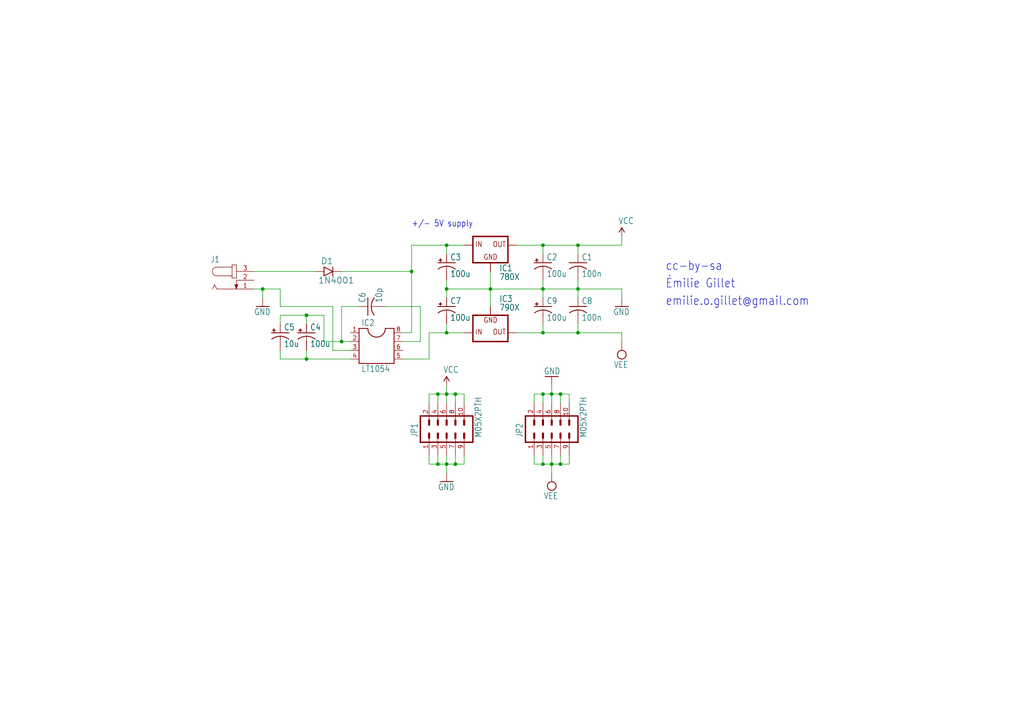
<source format=kicad_sch>
(kicad_sch (version 20231120) (generator "eeschema") (generator_version "8.0")
  (paper "A4")
  (lib_symbols
    (symbol "bbf-supply-eagle-import:1N400X.3"
      (property "Reference" "D" (at -3.556 2.0066 0))
      (symbol "1N400X.3_1_0"
        (polyline (pts (xy -2.54 -1.27) (xy 0 0)) (stroke (width 0.254)))
        (polyline (pts (xy -2.54 1.27) (xy -2.54 -1.27)) (stroke (width 0.254)))
        (polyline (pts (xy 0 0) (xy -2.54 1.27)) (stroke (width 0.254)))
        (polyline (pts (xy 0 0) (xy 0 -1.27)) (stroke (width 0.254)))
        (polyline (pts (xy 0 1.27) (xy 0 0)) (stroke (width 0.254)))
        (pin passive line (at -5.08 0 0) (length 2.54) (name "A") (number "A"))
        (pin passive line (at 2.54 0 180) (length 2.54) (name "C") (number "C"))
      )
    )
    (symbol "bbf-supply-eagle-import:78XXS"
      (property "Reference" "IC" (at 2.54 -7.62 0))
      (symbol "78XXS_1_0"
        (polyline (pts (xy -5.08 -5.08) (xy 5.08 -5.08)) (stroke (width 0.4064)))
        (polyline (pts (xy -5.08 2.54) (xy -5.08 -5.08)) (stroke (width 0.4064)))
        (polyline (pts (xy 5.08 -5.08) (xy 5.08 2.54)) (stroke (width 0.4064)))
        (polyline (pts (xy 5.08 2.54) (xy -5.08 2.54)) (stroke (width 0.4064)))
        (text "GND" (at -2.032 -4.318 0) (effects (font (size 1.524 1.2954)) (justify left bottom)))
        (text "IN" (at -4.445 -0.635 0) (effects (font (size 1.524 1.2954)) (justify left bottom)))
        (text "OUT" (at 0.635 -0.635 0) (effects (font (size 1.524 1.2954)) (justify left bottom)))
        (pin input line (at 0 -7.62 90) (length 2.54) (name "GND") (number "GND"))
        (pin input line (at -7.62 0 0) (length 2.54) (name "IN") (number "IN"))
        (pin passive line (at 7.62 0 180) (length 2.54) (name "OUT") (number "OUT"))
      )
    )
    (symbol "bbf-supply-eagle-import:79XXS"
      (property "Reference" "IC" (at 2.54 8.89 0))
      (symbol "79XXS_1_0"
        (polyline (pts (xy -5.08 -2.54) (xy 5.08 -2.54)) (stroke (width 0.4064)))
        (polyline (pts (xy -5.08 5.08) (xy -5.08 -2.54)) (stroke (width 0.4064)))
        (polyline (pts (xy 5.08 -2.54) (xy 5.08 5.08)) (stroke (width 0.4064)))
        (polyline (pts (xy 5.08 5.08) (xy -5.08 5.08)) (stroke (width 0.4064)))
        (text "GND" (at -2.032 2.794 0) (effects (font (size 1.524 1.2954)) (justify left bottom)))
        (text "IN" (at -4.445 -0.635 0) (effects (font (size 1.524 1.2954)) (justify left bottom)))
        (text "OUT" (at 0.635 -0.635 0) (effects (font (size 1.524 1.2954)) (justify left bottom)))
        (pin input line (at 0 7.62 270) (length 2.54) (name "GND") (number "GND"))
        (pin input line (at -7.62 0 0) (length 2.54) (name "IN") (number "IN"))
        (pin passive line (at 7.62 0 180) (length 2.54) (name "OUT") (number "OUT"))
      )
    )
    (symbol "bbf-supply-eagle-import:C-US025-025X050"
      (property "Reference" "C" (at 1.016 0.635 0))
      (symbol "C-US025-025X050_1_0"
        (arc (start 0 -1.0161) (mid -1.302 -1.2303) (end -2.4668 -1.8504) (stroke (width 0.254)))
        (polyline (pts (xy -2.54 0) (xy 2.54 0)) (stroke (width 0.254)))
        (polyline (pts (xy 0 -1.016) (xy 0 -2.54)) (stroke (width 0.1524)))
        (arc (start 2.4892 -1.8541) (mid 1.3158 -1.2194) (end 0 -1) (stroke (width 0.254)))
        (pin passive line (at 0 2.54 270) (length 2.54) (name "1") (number "1"))
        (pin passive line (at 0 -5.08 90) (length 2.54) (name "2") (number "2"))
      )
    )
    (symbol "bbf-supply-eagle-import:CPOL-USE2.5-5"
      (property "Reference" "C" (at 1.016 0.635 0))
      (symbol "CPOL-USE2.5-5_1_0"
        (rectangle (start -2.253 0.668) (end -1.364 0.795) (fill (type outline)))
        (rectangle (start -1.872 0.287) (end -1.745 1.176) (fill (type outline)))
        (arc (start 0 -1.0161) (mid -1.3021 -1.2303) (end -2.4669 -1.8504) (stroke (width 0.254)))
        (polyline (pts (xy -2.54 0) (xy 2.54 0)) (stroke (width 0.254)))
        (polyline (pts (xy 0 -1.016) (xy 0 -2.54)) (stroke (width 0.1524)))
        (arc (start 2.4892 -1.8541) (mid 1.3158 -1.2194) (end 0 -1) (stroke (width 0.254)))
        (pin passive line (at 0 2.54 270) (length 2.54) (name "+") (number "+"))
        (pin passive line (at 0 -5.08 90) (length 2.54) (name "-") (number "-"))
      )
    )
    (symbol "bbf-supply-eagle-import:CPOL-USE2.5-6"
      (property "Reference" "C" (at 1.016 0.635 0))
      (symbol "CPOL-USE2.5-6_1_0"
        (rectangle (start -2.253 0.668) (end -1.364 0.795) (fill (type outline)))
        (rectangle (start -1.872 0.287) (end -1.745 1.176) (fill (type outline)))
        (arc (start 0 -1.0161) (mid -1.3021 -1.2303) (end -2.4669 -1.8504) (stroke (width 0.254)))
        (polyline (pts (xy -2.54 0) (xy 2.54 0)) (stroke (width 0.254)))
        (polyline (pts (xy 0 -1.016) (xy 0 -2.54)) (stroke (width 0.1524)))
        (arc (start 2.4892 -1.8541) (mid 1.3158 -1.2194) (end 0 -1) (stroke (width 0.254)))
        (pin passive line (at 0 2.54 270) (length 2.54) (name "+") (number "+"))
        (pin passive line (at 0 -5.08 90) (length 2.54) (name "-") (number "-"))
      )
    )
    (symbol "bbf-supply-eagle-import:CPOL-USE2.5-7"
      (property "Reference" "C" (at 1.016 0.635 0))
      (symbol "CPOL-USE2.5-7_1_0"
        (rectangle (start -2.253 0.668) (end -1.364 0.795) (fill (type outline)))
        (rectangle (start -1.872 0.287) (end -1.745 1.176) (fill (type outline)))
        (arc (start 0 -1.0161) (mid -1.3021 -1.2303) (end -2.4669 -1.8504) (stroke (width 0.254)))
        (polyline (pts (xy -2.54 0) (xy 2.54 0)) (stroke (width 0.254)))
        (polyline (pts (xy 0 -1.016) (xy 0 -2.54)) (stroke (width 0.1524)))
        (arc (start 2.4892 -1.8541) (mid 1.3158 -1.2194) (end 0 -1) (stroke (width 0.254)))
        (pin passive line (at 0 2.54 270) (length 2.54) (name "+") (number "+"))
        (pin passive line (at 0 -5.08 90) (length 2.54) (name "-") (number "-"))
      )
    )
    (symbol "bbf-supply-eagle-import:DIL8"
      (property "Reference" "IC" (at -4.445 4.445 0))
      (symbol "DIL8_1_0"
        (arc (start -2.54 3.81) (mid 0 1.27) (end 2.54 3.81) (stroke (width 0.254)))
        (polyline (pts (xy -5.08 -6.35) (xy 5.08 -6.35)) (stroke (width 0.254)))
        (polyline (pts (xy -5.08 3.81) (xy -5.08 -6.35)) (stroke (width 0.254)))
        (polyline (pts (xy -5.08 3.81) (xy -2.54 3.81)) (stroke (width 0.254)))
        (polyline (pts (xy 5.08 -6.35) (xy 5.08 3.81)) (stroke (width 0.254)))
        (polyline (pts (xy 5.08 3.81) (xy 2.54 3.81)) (stroke (width 0.254)))
        (pin passive line (at -7.62 2.54 0) (length 2.54) (name "1") (number "1"))
        (pin passive line (at -7.62 0 0) (length 2.54) (name "2") (number "2"))
        (pin passive line (at -7.62 -2.54 0) (length 2.54) (name "3") (number "3"))
        (pin passive line (at -7.62 -5.08 0) (length 2.54) (name "4") (number "4"))
        (pin passive line (at 7.62 -5.08 180) (length 2.54) (name "5") (number "5"))
        (pin passive line (at 7.62 -2.54 180) (length 2.54) (name "6") (number "6"))
        (pin passive line (at 7.62 0 180) (length 2.54) (name "7") (number "7"))
        (pin passive line (at 7.62 2.54 180) (length 2.54) (name "8") (number "8"))
      )
    )
    (symbol "bbf-supply-eagle-import:GND" (power)
      (symbol "GND_1_0"
        (polyline (pts (xy -1.905 0) (xy 1.905 0)) (stroke (width 0.254)))
        (pin power_in line (at 0 2.54 270) (length 2.54) (name "GND") (number "1"))
      )
    )
    (symbol "bbf-supply-eagle-import:JACK-PLUG2"
      (property "Reference" "J" (at -7.62 5.08 0))
      (symbol "JACK-PLUG2_1_0"
        (arc (start -5.715 3.81) (mid -6.985 2.54) (end -5.715 1.27) (stroke (width 0.1524)))
        (polyline (pts (xy -6.35 -1.27) (xy -6.985 -2.54)) (stroke (width 0.1524)))
        (polyline (pts (xy -5.715 -2.54) (xy -6.35 -1.27)) (stroke (width 0.1524)))
        (polyline (pts (xy -5.715 3.81) (xy -1.27 3.81)) (stroke (width 0.1524)))
        (polyline (pts (xy -1.27 0.635) (xy 0 0.635)) (stroke (width 0.1524)))
        (polyline (pts (xy -1.27 1.27) (xy -5.715 1.27)) (stroke (width 0.1524)))
        (polyline (pts (xy -1.27 1.27) (xy -1.27 0.635)) (stroke (width 0.1524)))
        (polyline (pts (xy -1.27 3.81) (xy -1.27 1.27)) (stroke (width 0.1524)))
        (polyline (pts (xy -1.27 4.445) (xy -1.27 3.81)) (stroke (width 0.1524)))
        (polyline (pts (xy 0 -2.54) (xy -5.715 -2.54)) (stroke (width 0.1524)))
        (polyline (pts (xy 0 0) (xy 0 -2.54)) (stroke (width 0.1524)))
        (polyline (pts (xy 0 0.635) (xy 0 4.445)) (stroke (width 0.1524)))
        (polyline (pts (xy 0 4.445) (xy -1.27 4.445)) (stroke (width 0.1524)))
        (polyline (pts (xy 0 -2.54) (xy -0.508 -1.27) (xy 0.508 -1.27)) (stroke (width 0.1524)) (fill (type outline)))
        (pin passive line (at 5.08 -2.54 180) (length 5.08) (name "1") (number "1"))
        (pin passive line (at 5.08 0 180) (length 5.08) (name "2") (number "2"))
        (pin passive line (at 5.08 2.54 180) (length 5.08) (name "3") (number "3"))
      )
    )
    (symbol "bbf-supply-eagle-import:M05X2PTH"
      (property "Reference" "JP" (at -2.54 8.382 0))
      (symbol "M05X2PTH_1_0"
        (polyline (pts (xy -3.81 7.62) (xy -3.81 -7.62)) (stroke (width 0.4064)))
        (polyline (pts (xy -3.81 7.62) (xy 3.81 7.62)) (stroke (width 0.4064)))
        (polyline (pts (xy -1.27 -5.08) (xy -2.54 -5.08)) (stroke (width 0.6096)))
        (polyline (pts (xy -1.27 -2.54) (xy -2.54 -2.54)) (stroke (width 0.6096)))
        (polyline (pts (xy -1.27 0) (xy -2.54 0)) (stroke (width 0.6096)))
        (polyline (pts (xy -1.27 2.54) (xy -2.54 2.54)) (stroke (width 0.6096)))
        (polyline (pts (xy -1.27 5.08) (xy -2.54 5.08)) (stroke (width 0.6096)))
        (polyline (pts (xy 1.27 -5.08) (xy 2.54 -5.08)) (stroke (width 0.6096)))
        (polyline (pts (xy 1.27 -2.54) (xy 2.54 -2.54)) (stroke (width 0.6096)))
        (polyline (pts (xy 1.27 0) (xy 2.54 0)) (stroke (width 0.6096)))
        (polyline (pts (xy 1.27 2.54) (xy 2.54 2.54)) (stroke (width 0.6096)))
        (polyline (pts (xy 1.27 5.08) (xy 2.54 5.08)) (stroke (width 0.6096)))
        (polyline (pts (xy 3.81 -7.62) (xy -3.81 -7.62)) (stroke (width 0.4064)))
        (polyline (pts (xy 3.81 -7.62) (xy 3.81 7.62)) (stroke (width 0.4064)))
        (pin passive line (at -7.62 5.08 0) (length 5.08) (name "1") (number "1"))
        (pin passive line (at 7.62 -5.08 180) (length 5.08) (name "10") (number "10"))
        (pin passive line (at 7.62 5.08 180) (length 5.08) (name "2") (number "2"))
        (pin passive line (at -7.62 2.54 0) (length 5.08) (name "3") (number "3"))
        (pin passive line (at 7.62 2.54 180) (length 5.08) (name "4") (number "4"))
        (pin passive line (at -7.62 0 0) (length 5.08) (name "5") (number "5"))
        (pin passive line (at 7.62 0 180) (length 5.08) (name "6") (number "6"))
        (pin passive line (at -7.62 -2.54 0) (length 5.08) (name "7") (number "7"))
        (pin passive line (at 7.62 -2.54 180) (length 5.08) (name "8") (number "8"))
        (pin passive line (at -7.62 -5.08 0) (length 5.08) (name "9") (number "9"))
      )
    )
    (symbol "bbf-supply-eagle-import:SparkFun_GND" (power)
      (symbol "SparkFun_GND_1_0"
        (polyline (pts (xy -1.905 0) (xy 1.905 0)) (stroke (width 0.254)))
        (pin power_in line (at 0 2.54 270) (length 2.54) (name "GND") (number "1"))
      )
    )
    (symbol "bbf-supply-eagle-import:VCC" (power)
      (symbol "VCC_1_0"
        (polyline (pts (xy 0 2.54) (xy -0.762 1.27)) (stroke (width 0.254)))
        (polyline (pts (xy 0.762 1.27) (xy 0 2.54)) (stroke (width 0.254)))
        (pin power_in line (at 0 0 90) (length 2.54) (name "VCC") (number "1"))
      )
    )
    (symbol "bbf-supply-eagle-import:VEE" (power)
      (symbol "VEE_1_0"
        (circle (center 0 1.27) (radius 1.27) (stroke (width 0.254)))
        (pin power_in line (at 0 -2.54 90) (length 2.54) (name "VEE") (number "1"))
      )
    )
  )
  (junction (at 132.08 114.3))
  (junction (at 167.64 96.52))
  (junction (at 129.54 114.3))
  (junction (at 132.08 134.62))
  (junction (at 129.54 83.82))
  (junction (at 142.24 83.82))
  (junction (at 119.38 78.74))
  (junction (at 129.54 71.12))
  (junction (at 127 134.62))
  (junction (at 99.06 99.06))
  (junction (at 157.48 114.3))
  (junction (at 162.56 114.3))
  (junction (at 76.2 83.82))
  (junction (at 129.54 96.52))
  (junction (at 157.48 83.82))
  (junction (at 157.48 96.52))
  (junction (at 88.9 104.14))
  (junction (at 157.48 71.12))
  (junction (at 127 114.3))
  (junction (at 167.64 71.12))
  (junction (at 162.56 134.62))
  (junction (at 129.54 134.62))
  (junction (at 160.02 134.62))
  (junction (at 88.9 91.44))
  (junction (at 167.64 83.82))
  (junction (at 160.02 114.3))
  (junction (at 157.48 134.62))
  (wire (pts (xy 88.9 104.14) (xy 101.6 104.14)) (stroke (width 0.1524)))
  (wire (pts (xy 154.94 132.08) (xy 154.94 134.62)) (stroke (width 0.1524)))
  (wire (pts (xy 129.54 83.82) (xy 129.54 86.36)) (stroke (width 0.1524)))
  (wire (pts (xy 81.28 93.98) (xy 81.28 91.44)) (stroke (width 0.1524)))
  (wire (pts (xy 129.54 114.3) (xy 132.08 114.3)) (stroke (width 0.1524)))
  (wire (pts (xy 157.48 93.98) (xy 157.48 96.52)) (stroke (width 0.1524)))
  (wire (pts (xy 142.24 83.82) (xy 142.24 88.9)) (stroke (width 0.1524)))
  (wire (pts (xy 119.38 71.12) (xy 129.54 71.12)) (stroke (width 0.1524)))
  (wire (pts (xy 180.34 96.52) (xy 180.34 99.06)) (stroke (width 0.1524)))
  (wire (pts (xy 160.02 116.84) (xy 160.02 114.3)) (stroke (width 0.1524)))
  (wire (pts (xy 99.06 88.9) (xy 99.06 99.06)) (stroke (width 0.1524)))
  (wire (pts (xy 127 132.08) (xy 127 134.62)) (stroke (width 0.1524)))
  (wire (pts (xy 129.54 134.62) (xy 129.54 137.16)) (stroke (width 0.1524)))
  (wire (pts (xy 134.62 134.62) (xy 134.62 132.08)) (stroke (width 0.1524)))
  (wire (pts (xy 180.34 83.82) (xy 167.64 83.82)) (stroke (width 0.1524)))
  (wire (pts (xy 157.48 116.84) (xy 157.48 114.3)) (stroke (width 0.1524)))
  (wire (pts (xy 167.64 71.12) (xy 180.34 71.12)) (stroke (width 0.1524)))
  (wire (pts (xy 129.54 93.98) (xy 129.54 96.52)) (stroke (width 0.1524)))
  (wire (pts (xy 96.52 101.6) (xy 96.52 88.9)) (stroke (width 0.1524)))
  (wire (pts (xy 180.34 86.36) (xy 180.34 83.82)) (stroke (width 0.1524)))
  (wire (pts (xy 162.56 114.3) (xy 162.56 116.84)) (stroke (width 0.1524)))
  (wire (pts (xy 116.84 104.14) (xy 124.46 104.14)) (stroke (width 0.1524)))
  (wire (pts (xy 132.08 134.62) (xy 134.62 134.62)) (stroke (width 0.1524)))
  (wire (pts (xy 165.1 134.62) (xy 165.1 132.08)) (stroke (width 0.1524)))
  (wire (pts (xy 124.46 132.08) (xy 124.46 134.62)) (stroke (width 0.1524)))
  (wire (pts (xy 167.64 83.82) (xy 157.48 83.82)) (stroke (width 0.1524)))
  (wire (pts (xy 167.64 93.98) (xy 167.64 96.52)) (stroke (width 0.1524)))
  (wire (pts (xy 129.54 132.08) (xy 129.54 134.62)) (stroke (width 0.1524)))
  (wire (pts (xy 81.28 101.6) (xy 81.28 104.14)) (stroke (width 0.1524)))
  (wire (pts (xy 129.54 71.12) (xy 134.62 71.12)) (stroke (width 0.1524)))
  (wire (pts (xy 119.38 78.74) (xy 119.38 71.12)) (stroke (width 0.1524)))
  (wire (pts (xy 116.84 99.06) (xy 121.92 99.06)) (stroke (width 0.1524)))
  (wire (pts (xy 101.6 101.6) (xy 96.52 101.6)) (stroke (width 0.1524)))
  (wire (pts (xy 93.98 99.06) (xy 93.98 91.44)) (stroke (width 0.1524)))
  (wire (pts (xy 99.06 99.06) (xy 93.98 99.06)) (stroke (width 0.1524)))
  (wire (pts (xy 167.64 73.66) (xy 167.64 71.12)) (stroke (width 0.1524)))
  (wire (pts (xy 116.84 96.52) (xy 119.38 96.52)) (stroke (width 0.1524)))
  (wire (pts (xy 99.06 78.74) (xy 119.38 78.74)) (stroke (width 0.1524)))
  (wire (pts (xy 157.48 96.52) (xy 149.86 96.52)) (stroke (width 0.1524)))
  (wire (pts (xy 154.94 134.62) (xy 157.48 134.62)) (stroke (width 0.1524)))
  (wire (pts (xy 154.94 116.84) (xy 154.94 114.3)) (stroke (width 0.1524)))
  (wire (pts (xy 124.46 104.14) (xy 124.46 96.52)) (stroke (width 0.1524)))
  (wire (pts (xy 167.64 96.52) (xy 180.34 96.52)) (stroke (width 0.1524)))
  (wire (pts (xy 127 134.62) (xy 129.54 134.62)) (stroke (width 0.1524)))
  (wire (pts (xy 154.94 114.3) (xy 157.48 114.3)) (stroke (width 0.1524)))
  (wire (pts (xy 81.28 88.9) (xy 81.28 83.82)) (stroke (width 0.1524)))
  (wire (pts (xy 157.48 134.62) (xy 160.02 134.62)) (stroke (width 0.1524)))
  (wire (pts (xy 129.54 134.62) (xy 132.08 134.62)) (stroke (width 0.1524)))
  (wire (pts (xy 88.9 91.44) (xy 88.9 93.98)) (stroke (width 0.1524)))
  (wire (pts (xy 73.66 83.82) (xy 76.2 83.82)) (stroke (width 0.1524)))
  (wire (pts (xy 129.54 81.28) (xy 129.54 83.82)) (stroke (width 0.1524)))
  (wire (pts (xy 160.02 132.08) (xy 160.02 134.62)) (stroke (width 0.1524)))
  (wire (pts (xy 157.48 132.08) (xy 157.48 134.62)) (stroke (width 0.1524)))
  (wire (pts (xy 160.02 134.62) (xy 160.02 137.16)) (stroke (width 0.1524)))
  (wire (pts (xy 157.48 83.82) (xy 157.48 86.36)) (stroke (width 0.1524)))
  (wire (pts (xy 119.38 96.52) (xy 119.38 78.74)) (stroke (width 0.1524)))
  (wire (pts (xy 129.54 73.66) (xy 129.54 71.12)) (stroke (width 0.1524)))
  (wire (pts (xy 88.9 101.6) (xy 88.9 104.14)) (stroke (width 0.1524)))
  (wire (pts (xy 76.2 83.82) (xy 76.2 86.36)) (stroke (width 0.1524)))
  (wire (pts (xy 121.92 88.9) (xy 111.76 88.9)) (stroke (width 0.1524)))
  (wire (pts (xy 127 114.3) (xy 129.54 114.3)) (stroke (width 0.1524)))
  (wire (pts (xy 180.34 71.12) (xy 180.34 68.58)) (stroke (width 0.1524)))
  (wire (pts (xy 132.08 114.3) (xy 134.62 114.3)) (stroke (width 0.1524)))
  (wire (pts (xy 165.1 114.3) (xy 165.1 116.84)) (stroke (width 0.1524)))
  (wire (pts (xy 162.56 114.3) (xy 165.1 114.3)) (stroke (width 0.1524)))
  (wire (pts (xy 124.46 134.62) (xy 127 134.62)) (stroke (width 0.1524)))
  (wire (pts (xy 142.24 83.82) (xy 129.54 83.82)) (stroke (width 0.1524)))
  (wire (pts (xy 157.48 71.12) (xy 167.64 71.12)) (stroke (width 0.1524)))
  (wire (pts (xy 96.52 88.9) (xy 81.28 88.9)) (stroke (width 0.1524)))
  (wire (pts (xy 157.48 71.12) (xy 157.48 73.66)) (stroke (width 0.1524)))
  (wire (pts (xy 124.46 114.3) (xy 127 114.3)) (stroke (width 0.1524)))
  (wire (pts (xy 157.48 81.28) (xy 157.48 83.82)) (stroke (width 0.1524)))
  (wire (pts (xy 157.48 96.52) (xy 167.64 96.52)) (stroke (width 0.1524)))
  (wire (pts (xy 142.24 78.74) (xy 142.24 83.82)) (stroke (width 0.1524)))
  (wire (pts (xy 101.6 99.06) (xy 99.06 99.06)) (stroke (width 0.1524)))
  (wire (pts (xy 129.54 96.52) (xy 134.62 96.52)) (stroke (width 0.1524)))
  (wire (pts (xy 157.48 114.3) (xy 160.02 114.3)) (stroke (width 0.1524)))
  (wire (pts (xy 73.66 78.74) (xy 91.44 78.74)) (stroke (width 0.1524)))
  (wire (pts (xy 162.56 134.62) (xy 162.56 132.08)) (stroke (width 0.1524)))
  (wire (pts (xy 132.08 114.3) (xy 132.08 116.84)) (stroke (width 0.1524)))
  (wire (pts (xy 81.28 91.44) (xy 88.9 91.44)) (stroke (width 0.1524)))
  (wire (pts (xy 129.54 114.3) (xy 129.54 111.76)) (stroke (width 0.1524)))
  (wire (pts (xy 81.28 104.14) (xy 88.9 104.14)) (stroke (width 0.1524)))
  (wire (pts (xy 121.92 99.06) (xy 121.92 88.9)) (stroke (width 0.1524)))
  (wire (pts (xy 104.14 88.9) (xy 99.06 88.9)) (stroke (width 0.1524)))
  (wire (pts (xy 162.56 134.62) (xy 165.1 134.62)) (stroke (width 0.1524)))
  (wire (pts (xy 124.46 96.52) (xy 129.54 96.52)) (stroke (width 0.1524)))
  (wire (pts (xy 160.02 114.3) (xy 162.56 114.3)) (stroke (width 0.1524)))
  (wire (pts (xy 124.46 116.84) (xy 124.46 114.3)) (stroke (width 0.1524)))
  (wire (pts (xy 167.64 83.82) (xy 167.64 86.36)) (stroke (width 0.1524)))
  (wire (pts (xy 134.62 114.3) (xy 134.62 116.84)) (stroke (width 0.1524)))
  (wire (pts (xy 157.48 83.82) (xy 142.24 83.82)) (stroke (width 0.1524)))
  (wire (pts (xy 167.64 81.28) (xy 167.64 83.82)) (stroke (width 0.1524)))
  (wire (pts (xy 160.02 134.62) (xy 162.56 134.62)) (stroke (width 0.1524)))
  (wire (pts (xy 81.28 83.82) (xy 76.2 83.82)) (stroke (width 0.1524)))
  (wire (pts (xy 160.02 114.3) (xy 160.02 111.76)) (stroke (width 0.1524)))
  (wire (pts (xy 127 116.84) (xy 127 114.3)) (stroke (width 0.1524)))
  (wire (pts (xy 132.08 134.62) (xy 132.08 132.08)) (stroke (width 0.1524)))
  (wire (pts (xy 129.54 116.84) (xy 129.54 114.3)) (stroke (width 0.1524)))
  (wire (pts (xy 149.86 71.12) (xy 157.48 71.12)) (stroke (width 0.1524)))
  (wire (pts (xy 93.98 91.44) (xy 88.9 91.44)) (stroke (width 0.1524)))
  (text "Émilie Gillet" (at 193.04 83.82 0) (effects (font (size 2.54 2.159)) (justify left bottom)))
  (text "cc-by-sa" (at 193.04 78.74 0) (effects (font (size 2.54 2.159)) (justify left bottom)))
  (text "+/- 5V supply" (at 119.38 66.04 0) (effects (font (size 1.778 1.5113)) (justify left bottom)))
  (text "emilie.o.gillet@gmail.com" (at 193.04 88.9 0) (effects (font (size 2.54 2.159)) (justify left bottom)))
  (symbol (lib_id "bbf-supply-eagle-import:VCC") (at 180.34 68.58 0) (unit 1)
    (property "Reference" "#P+1" (effects (hide yes)))
    (property "Value" "VCC" (at 179.324 65.024 0) (effects (font (size 1.778 1.5113)) (justify left bottom)))
  )
  (symbol (lib_id "bbf-supply-eagle-import:CPOL-USE2.5-7") (at 157.48 76.2 0) (unit 1)
    (property "Reference" "C2" (at 158.496 75.565 0) (effects (font (size 1.778 1.5113)) (justify left bottom)))
    (property "Value" "100u" (at 158.496 80.391 0) (effects (font (size 1.778 1.5113)) (justify left bottom)))
    (property "Footprint" "bbf-supply:E2,5-7" (effects (hide yes)))
  )
  (symbol (lib_id "bbf-supply-eagle-import:SparkFun_GND") (at 129.54 139.7 0) (unit 1)
    (property "Reference" "#GND2" (effects (hide yes)))
    (property "Value" "GND" (at 127 142.24 0) (effects (font (size 1.778 1.5113)) (justify left bottom)))
  )
  (symbol (lib_id "bbf-supply-eagle-import:VEE") (at 180.34 101.6 180) (unit 1)
    (property "Reference" "#SUPPLY1" (effects (hide yes)))
    (property "Value" "VEE" (at 182.245 104.775 0) (effects (font (size 1.778 1.5113)) (justify left bottom)))
  )
  (symbol (lib_id "bbf-supply-eagle-import:JACK-PLUG2") (at 68.58 81.28 0) (unit 1)
    (property "Reference" "J1" (at 60.96 76.2 0) (effects (font (size 1.778 1.5113)) (justify left bottom)))
    (property "Value" "JACK-PLUG2" (effects (hide yes)))
    (property "Footprint" "bbf-supply:SPC4078_BIG_HOLES" (effects (hide yes)))
  )
  (symbol (lib_id "bbf-supply-eagle-import:78XXS") (at 142.24 71.12 0) (unit 1)
    (property "Reference" "IC1" (at 144.78 78.74 0) (effects (font (size 1.778 1.5113)) (justify left bottom)))
    (property "Value" "780X" (at 144.78 81.28 0) (effects (font (size 1.778 1.5113)) (justify left bottom)))
    (property "Footprint" "bbf-supply:78XXS" (effects (hide yes)))
  )
  (symbol (lib_id "bbf-supply-eagle-import:CPOL-USE2.5-7") (at 129.54 76.2 0) (unit 1)
    (property "Reference" "C3" (at 130.556 75.565 0) (effects (font (size 1.778 1.5113)) (justify left bottom)))
    (property "Value" "100u" (at 130.556 80.391 0) (effects (font (size 1.778 1.5113)) (justify left bottom)))
    (property "Footprint" "bbf-supply:E2,5-7" (effects (hide yes)))
  )
  (symbol (lib_id "bbf-supply-eagle-import:CPOL-USE2.5-6") (at 88.9 96.52 0) (unit 1)
    (property "Reference" "C4" (at 89.916 95.885 0) (effects (font (size 1.778 1.5113)) (justify left bottom)))
    (property "Value" "100u" (at 89.916 100.711 0) (effects (font (size 1.778 1.5113)) (justify left bottom)))
    (property "Footprint" "bbf-supply:E2,5-6" (effects (hide yes)))
  )
  (symbol (lib_id "bbf-supply-eagle-import:SparkFun_GND") (at 160.02 109.22 180) (unit 1)
    (property "Reference" "#GND3" (effects (hide yes)))
    (property "Value" "GND" (at 162.56 106.68 0) (effects (font (size 1.778 1.5113)) (justify left bottom)))
  )
  (symbol (lib_id "bbf-supply-eagle-import:VCC") (at 129.54 111.76 0) (unit 1)
    (property "Reference" "#P+2" (effects (hide yes)))
    (property "Value" "VCC" (at 128.524 108.204 0) (effects (font (size 1.778 1.5113)) (justify left bottom)))
  )
  (symbol (lib_id "bbf-supply-eagle-import:M05X2PTH") (at 129.54 124.46 90) (unit 1)
    (property "Reference" "JP1" (at 121.158 127 0) (effects (font (size 1.778 1.5113)) (justify left bottom)))
    (property "Value" "M05X2PTH" (at 139.7 127 0) (effects (font (size 1.778 1.5113)) (justify left bottom)))
    (property "Footprint" "bbf-supply:AVR_ICSP" (effects (hide yes)))
  )
  (symbol (lib_id "bbf-supply-eagle-import:1N400X.3") (at 96.52 78.74 0) (unit 1)
    (property "Reference" "D1" (at 92.964 76.7334 0) (effects (font (size 1.778 1.778)) (justify left bottom)))
    (property "Value" "1N4001" (at 92.202 82.3214 0) (effects (font (size 1.778 1.778)) (justify left bottom)))
    (property "Footprint" "bbf-supply:DO41-3" (effects (hide yes)))
  )
  (symbol (lib_id "bbf-supply-eagle-import:C-US025-025X050") (at 106.68 88.9 90) (unit 1)
    (property "Reference" "C6" (at 106.045 87.884 0) (effects (font (size 1.778 1.5113)) (justify left bottom)))
    (property "Value" "10p" (at 110.871 87.884 0) (effects (font (size 1.778 1.5113)) (justify left bottom)))
    (property "Footprint" "bbf-supply:C025-025X050" (effects (hide yes)))
  )
  (symbol (lib_id "bbf-supply-eagle-import:CPOL-USE2.5-7") (at 157.48 88.9 0) (unit 1)
    (property "Reference" "C9" (at 158.496 88.265 0) (effects (font (size 1.778 1.5113)) (justify left bottom)))
    (property "Value" "100u" (at 158.496 93.091 0) (effects (font (size 1.778 1.5113)) (justify left bottom)))
    (property "Footprint" "bbf-supply:E2,5-7" (effects (hide yes)))
  )
  (symbol (lib_id "bbf-supply-eagle-import:CPOL-USE2.5-5") (at 81.28 96.52 0) (unit 1)
    (property "Reference" "C5" (at 82.296 95.885 0) (effects (font (size 1.778 1.5113)) (justify left bottom)))
    (property "Value" "10u" (at 82.296 100.711 0) (effects (font (size 1.778 1.5113)) (justify left bottom)))
    (property "Footprint" "bbf-supply:E2,5-5" (effects (hide yes)))
  )
  (symbol (lib_id "bbf-supply-eagle-import:VEE") (at 160.02 139.7 180) (unit 1)
    (property "Reference" "#SUPPLY2" (effects (hide yes)))
    (property "Value" "VEE" (at 161.925 142.875 0) (effects (font (size 1.778 1.5113)) (justify left bottom)))
  )
  (symbol (lib_id "bbf-supply-eagle-import:DIL8") (at 109.22 99.06 0) (unit 1)
    (property "Reference" "IC2" (at 104.775 94.615 0) (effects (font (size 1.778 1.5113)) (justify left bottom)))
    (property "Value" "LT1054" (at 104.775 107.95 0) (effects (font (size 1.778 1.5113)) (justify left bottom)))
    (property "Footprint" "bbf-supply:DIL08" (effects (hide yes)))
  )
  (symbol (lib_id "bbf-supply-eagle-import:C-US025-025X050") (at 167.64 88.9 0) (unit 1)
    (property "Reference" "C8" (at 168.656 88.265 0) (effects (font (size 1.778 1.5113)) (justify left bottom)))
    (property "Value" "100n" (at 168.656 93.091 0) (effects (font (size 1.778 1.5113)) (justify left bottom)))
    (property "Footprint" "bbf-supply:C025-025X050" (effects (hide yes)))
  )
  (symbol (lib_id "bbf-supply-eagle-import:SparkFun_GND") (at 180.34 88.9 0) (unit 1)
    (property "Reference" "#GND7" (effects (hide yes)))
    (property "Value" "GND" (at 177.8 91.44 0) (effects (font (size 1.778 1.5113)) (justify left bottom)))
  )
  (symbol (lib_id "bbf-supply-eagle-import:CPOL-USE2.5-7") (at 129.54 88.9 0) (unit 1)
    (property "Reference" "C7" (at 130.556 88.265 0) (effects (font (size 1.778 1.5113)) (justify left bottom)))
    (property "Value" "100u" (at 130.556 93.091 0) (effects (font (size 1.778 1.5113)) (justify left bottom)))
    (property "Footprint" "bbf-supply:E2,5-7" (effects (hide yes)))
  )
  (symbol (lib_id "bbf-supply-eagle-import:C-US025-025X050") (at 167.64 76.2 0) (unit 1)
    (property "Reference" "C1" (at 168.656 75.565 0) (effects (font (size 1.778 1.5113)) (justify left bottom)))
    (property "Value" "100n" (at 168.656 80.391 0) (effects (font (size 1.778 1.5113)) (justify left bottom)))
    (property "Footprint" "bbf-supply:C025-025X050" (effects (hide yes)))
  )
  (symbol (lib_id "bbf-supply-eagle-import:GND") (at 76.2 88.9 0) (unit 1)
    (property "Reference" "#GND1" (effects (hide yes)))
    (property "Value" "GND" (at 73.66 91.44 0) (effects (font (size 1.778 1.5113)) (justify left bottom)))
  )
  (symbol (lib_id "bbf-supply-eagle-import:M05X2PTH") (at 160.02 124.46 90) (unit 1)
    (property "Reference" "JP2" (at 151.638 127 0) (effects (font (size 1.778 1.5113)) (justify left bottom)))
    (property "Value" "M05X2PTH" (at 170.18 127 0) (effects (font (size 1.778 1.5113)) (justify left bottom)))
    (property "Footprint" "bbf-supply:AVR_ICSP" (effects (hide yes)))
  )
  (symbol (lib_id "bbf-supply-eagle-import:79XXS") (at 142.24 96.52 0) (unit 1)
    (property "Reference" "IC3" (at 144.78 87.63 0) (effects (font (size 1.778 1.5113)) (justify left bottom)))
    (property "Value" "790X" (at 144.78 90.17 0) (effects (font (size 1.778 1.5113)) (justify left bottom)))
    (property "Footprint" "bbf-supply:79XXS" (effects (hide yes)))
  )
)
</source>
